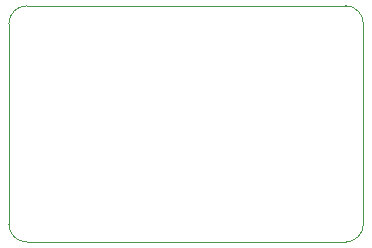
<source format=gko>
G04 Layer_Color=16711935*
%FSLAX44Y44*%
%MOMM*%
G71*
G01*
G75*
%ADD22C,0.0127*%
D22*
X-80851Y650292D02*
G03*
X-95851Y665292I-15000J0D01*
G01*
X-380851Y480292D02*
G03*
X-365851Y465292I15000J0D01*
G01*
Y665292D02*
G03*
X-380851Y650292I0J-15000D01*
G01*
X-95851Y465292D02*
G03*
X-80851Y480292I0J15000D01*
G01*
X-365851Y465292D02*
X-95851D01*
X-80851Y480292D02*
Y650292D01*
X-380851Y480292D02*
Y650292D01*
X-365851Y665292D02*
X-95851D01*
M02*

</source>
